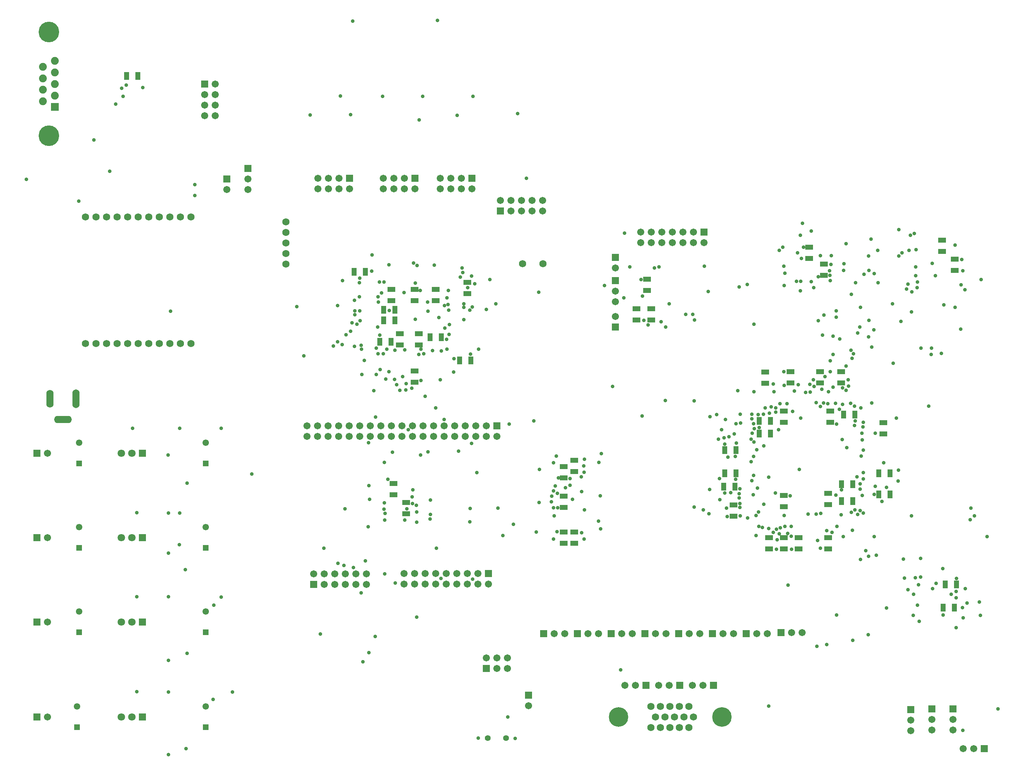
<source format=gbs>
%FSLAX44Y44*%
%MOMM*%
G71*
G01*
G75*
G04 Layer_Color=16711935*
%ADD10R,1.1000X1.7000*%
%ADD11R,1.5500X0.4500*%
%ADD12R,1.7000X1.1000*%
%ADD13R,1.4000X2.1000*%
%ADD14R,1.2000X1.2000*%
%ADD15R,1.2000X1.2000*%
%ADD16O,0.3000X2.5400*%
%ADD17O,2.5400X0.3000*%
%ADD18R,2.1000X1.4000*%
%ADD19R,1.5500X0.5500*%
%ADD20O,1.7000X0.3500*%
%ADD21O,1.5500X0.2500*%
%ADD22O,0.2500X1.5500*%
%ADD23R,0.5000X3.1000*%
%ADD24R,2.0000X2.5000*%
%ADD25R,2.0000X3.3000*%
%ADD26O,2.1000X0.4500*%
%ADD27R,0.7000X2.0000*%
%ADD28R,1.0000X2.0000*%
%ADD29R,1.2000X2.0000*%
%ADD30R,1.5000X2.0000*%
%ADD31R,2.0000X3.5000*%
%ADD32R,2.0000X1.8000*%
%ADD33C,0.1500*%
%ADD34R,1.5000X1.5000*%
%ADD35C,1.5000*%
%ADD36R,1.5000X1.5000*%
%ADD37C,1.3500*%
%ADD38R,1.2500X1.2500*%
%ADD39C,1.6000*%
%ADD40R,1.6000X1.6000*%
%ADD41C,1.2000*%
%ADD42O,1.5240X4.0640*%
%ADD43O,4.0640X1.5240*%
%ADD44O,1.5240X4.3180*%
%ADD45C,4.7600*%
%ADD46R,1.6900X1.6900*%
%ADD47C,1.6900*%
%ADD48C,1.5240*%
%ADD49C,4.5000*%
%ADD50C,0.7100*%
%ADD51C,1.0160*%
%ADD52C,0.2540*%
%ADD53C,1.9160*%
G04:AMPARAMS|DCode=54|XSize=2.424mm|YSize=2.424mm|CornerRadius=0mm|HoleSize=0mm|Usage=FLASHONLY|Rotation=0.000|XOffset=0mm|YOffset=0mm|HoleType=Round|Shape=Relief|Width=0.254mm|Gap=0.254mm|Entries=4|*
%AMTHD54*
7,0,0,2.4240,1.9160,0.2540,45*
%
%ADD54THD54*%
%ADD55C,1.8160*%
G04:AMPARAMS|DCode=56|XSize=2.274mm|YSize=2.274mm|CornerRadius=0mm|HoleSize=0mm|Usage=FLASHONLY|Rotation=0.000|XOffset=0mm|YOffset=0mm|HoleType=Round|Shape=Relief|Width=0.254mm|Gap=0.254mm|Entries=4|*
%AMTHD56*
7,0,0,2.2740,1.7660,0.2540,45*
%
%ADD56THD56*%
%ADD57C,2.0160*%
G04:AMPARAMS|DCode=58|XSize=2.524mm|YSize=2.524mm|CornerRadius=0mm|HoleSize=0mm|Usage=FLASHONLY|Rotation=0.000|XOffset=0mm|YOffset=0mm|HoleType=Round|Shape=Relief|Width=0.254mm|Gap=0.254mm|Entries=4|*
%AMTHD58*
7,0,0,2.5240,2.0160,0.2540,45*
%
%ADD58THD58*%
%ADD59C,1.7660*%
%ADD60O,1.7780X4.3180*%
%ADD61O,4.3180X1.7780*%
%AMTHOVALD62*
21,1,2.7940,2.2860,0,0,270.0*
1,1,2.2860,0.0000,1.3970*
1,1,2.2860,0.0000,-1.3970*
21,0,2.7940,1.7780,0,0,270.0*
1,0,1.7780,0.0000,1.3970*
1,0,1.7780,0.0000,-1.3970*
4,0,4,-0.0898,1.3072,-0.8980,2.1154,-0.7184,2.2950,0.0898,1.4868,-0.0898,1.3072,0.0*
4,0,4,-0.0898,-1.4868,0.7184,-2.2950,0.8980,-2.1154,0.0898,-1.3072,-0.0898,-1.4868,0.0*
4,0,4,-0.0898,1.4868,0.7184,2.2950,0.8980,2.1154,0.0898,1.3072,-0.0898,1.4868,0.0*
4,0,4,-0.0898,-1.3072,-0.8980,-2.1154,-0.7184,-2.2950,0.0898,-1.4868,-0.0898,-1.3072,0.0*
%
%ADD62THOVALD62*%

%ADD63C,4.2760*%
%ADD64C,2.1060*%
G04:AMPARAMS|DCode=65|XSize=2.424mm|YSize=2.424mm|CornerRadius=0mm|HoleSize=0mm|Usage=FLASHONLY|Rotation=0.000|XOffset=0mm|YOffset=0mm|HoleType=Round|Shape=Relief|Width=0.254mm|Gap=0.254mm|Entries=4|*
%AMTHD65*
7,0,0,2.4240,1.9160,0.2540,45*
%
%ADD65THD65*%
%ADD66C,1.9160*%
%ADD67C,4.2160*%
%ADD68C,2.2060*%
%ADD69C,2.0160*%
%ADD70C,1.3160*%
G04:AMPARAMS|DCode=71|XSize=1.824mm|YSize=1.824mm|CornerRadius=0mm|HoleSize=0mm|Usage=FLASHONLY|Rotation=0.000|XOffset=0mm|YOffset=0mm|HoleType=Round|Shape=Relief|Width=0.254mm|Gap=0.254mm|Entries=4|*
%AMTHD71*
7,0,0,1.8240,1.3160,0.2540,45*
%
%ADD71THD71*%
G04:AMPARAMS|DCode=72|XSize=2.324mm|YSize=2.324mm|CornerRadius=0mm|HoleSize=0mm|Usage=FLASHONLY|Rotation=0.000|XOffset=0mm|YOffset=0mm|HoleType=Round|Shape=Relief|Width=0.254mm|Gap=0.254mm|Entries=4|*
%AMTHD72*
7,0,0,2.3240,1.8160,0.2540,45*
%
%ADD72THD72*%
%AMTHOVALD73*
21,1,2.5400,2.2860,0,0,90.0*
1,1,2.2860,0.0000,-1.2700*
1,1,2.2860,0.0000,1.2700*
21,0,2.5400,1.7780,0,0,90.0*
1,0,1.7780,0.0000,-1.2700*
1,0,1.7780,0.0000,1.2700*
4,0,4,0.0898,-1.1802,0.8980,-1.9884,0.7184,-2.1680,-0.0898,-1.3598,0.0898,-1.1802,0.0*
4,0,4,0.0898,1.3598,-0.7184,2.1680,-0.8980,1.9884,-0.0898,1.1802,0.0898,1.3598,0.0*
4,0,4,0.0898,-1.3598,-0.7184,-2.1680,-0.8980,-1.9884,-0.0898,-1.1802,0.0898,-1.3598,0.0*
4,0,4,0.0898,1.1802,0.8980,1.9884,0.7184,2.1680,-0.0898,1.3598,0.0898,1.1802,0.0*
%
%ADD73THOVALD73*%

%AMTHOVALD74*
21,1,2.5400,2.2860,0,0,180.0*
1,1,2.2860,1.2700,0.0000*
1,1,2.2860,-1.2700,0.0000*
21,0,2.5400,1.7780,0,0,180.0*
1,0,1.7780,1.2700,0.0000*
1,0,1.7780,-1.2700,0.0000*
4,0,4,1.1802,0.0898,1.9884,0.8980,2.1680,0.7184,1.3598,-0.0898,1.1802,0.0898,0.0*
4,0,4,-1.3598,0.0898,-2.1680,-0.7184,-1.9884,-0.8980,-1.1802,-0.0898,-1.3598,0.0898,0.0*
4,0,4,1.3598,0.0898,2.1680,-0.7184,1.9884,-0.8980,1.1802,-0.0898,1.3598,0.0898,0.0*
4,0,4,-1.1802,0.0898,-1.9884,0.8980,-2.1680,0.7184,-1.3598,-0.0898,-1.1802,0.0898,0.0*
%
%ADD74THOVALD74*%

%ADD75O,1.7780X4.5720*%
G04:AMPARAMS|DCode=76|XSize=4.784mm|YSize=4.784mm|CornerRadius=0mm|HoleSize=0mm|Usage=FLASHONLY|Rotation=0.000|XOffset=0mm|YOffset=0mm|HoleType=Round|Shape=Relief|Width=0.254mm|Gap=0.254mm|Entries=4|*
%AMTHD76*
7,0,0,4.7840,4.2760,0.2540,45*
%
%ADD76THD76*%
G04:AMPARAMS|DCode=77|XSize=2.614mm|YSize=2.614mm|CornerRadius=0mm|HoleSize=0mm|Usage=FLASHONLY|Rotation=0.000|XOffset=0mm|YOffset=0mm|HoleType=Round|Shape=Relief|Width=0.254mm|Gap=0.254mm|Entries=4|*
%AMTHD77*
7,0,0,2.6140,2.1060,0.2540,45*
%
%ADD77THD77*%
G04:AMPARAMS|DCode=78|XSize=2.524mm|YSize=2.524mm|CornerRadius=0mm|HoleSize=0mm|Usage=FLASHONLY|Rotation=0.000|XOffset=0mm|YOffset=0mm|HoleType=Round|Shape=Relief|Width=0.254mm|Gap=0.254mm|Entries=4|*
%AMTHD78*
7,0,0,2.5240,2.0160,0.2540,45*
%
%ADD78THD78*%
%ADD79C,0.6000*%
%ADD80C,0.2500*%
%ADD81C,0.2000*%
%ADD82C,0.1016*%
%ADD83C,0.1778*%
%ADD84C,0.2032*%
%ADD85C,0.5080*%
%ADD86C,0.2794*%
%ADD87R,1.3032X1.9032*%
%ADD88R,1.7532X0.6532*%
%ADD89R,1.9032X1.3032*%
%ADD90R,1.6032X2.3032*%
%ADD91R,1.4032X1.4032*%
%ADD92R,1.4032X1.4032*%
%ADD93O,0.5032X2.7432*%
%ADD94O,2.7432X0.5032*%
%ADD95R,2.3032X1.6032*%
%ADD96R,1.7532X0.7532*%
%ADD97O,1.9032X0.5532*%
%ADD98O,1.7532X0.4532*%
%ADD99O,0.4532X1.7532*%
%ADD100R,0.7032X3.3032*%
%ADD101R,2.2032X2.7032*%
%ADD102R,2.2032X3.5032*%
%ADD103O,2.3032X0.6532*%
%ADD104R,0.9032X2.2032*%
%ADD105R,1.2032X2.2032*%
%ADD106R,1.4032X2.2032*%
%ADD107R,1.7032X2.2032*%
%ADD108R,2.2032X3.7032*%
%ADD109R,2.2032X2.0032*%
%ADD110R,1.7032X1.7032*%
%ADD111C,1.7032*%
%ADD112R,1.7032X1.7032*%
%ADD113C,1.5532*%
%ADD114R,1.4532X1.4532*%
%ADD115C,1.8032*%
%ADD116R,1.8032X1.8032*%
%ADD117C,1.4032*%
%ADD118O,1.7272X4.2672*%
%ADD119O,4.2672X1.7272*%
%ADD120O,1.7272X4.5212*%
%ADD121C,4.9632*%
%ADD122R,1.8932X1.8932*%
%ADD123C,1.8932*%
%ADD124C,1.7272*%
%ADD125C,4.7032*%
%ADD126C,0.9132*%
D87*
X2770340Y1153160D02*
D03*
X2797340D02*
D03*
X2525230Y1409700D02*
D03*
X2552230D02*
D03*
X2615400Y1477010D02*
D03*
X2642400D02*
D03*
X2615400Y1426210D02*
D03*
X2642400D02*
D03*
X2271560Y1532890D02*
D03*
X2244560D02*
D03*
Y1477010D02*
D03*
X2271560D02*
D03*
X2242020Y1445000D02*
D03*
X2269020D02*
D03*
X2327110Y1572260D02*
D03*
X2354110D02*
D03*
X2530310Y1617980D02*
D03*
X2557310D02*
D03*
X2775420Y1209040D02*
D03*
X2802420D02*
D03*
X1632750Y1748790D02*
D03*
X1605750D02*
D03*
X1440980Y1793240D02*
D03*
X1413980D02*
D03*
X1422870Y1845310D02*
D03*
X1449870D02*
D03*
X1422870Y1870710D02*
D03*
X1449870D02*
D03*
X2354110Y1602740D02*
D03*
X2327110D02*
D03*
X2552230Y1450340D02*
D03*
X2525230D02*
D03*
X1351750Y1962150D02*
D03*
X1378750D02*
D03*
X1534630Y1804670D02*
D03*
X1561630D02*
D03*
X831380Y2433320D02*
D03*
X804380D02*
D03*
D89*
X1477010Y1406690D02*
D03*
Y1379690D02*
D03*
X2767330Y2037880D02*
D03*
Y2010880D02*
D03*
X2447290Y2021370D02*
D03*
Y1994370D02*
D03*
X2350770Y1321600D02*
D03*
Y1294600D02*
D03*
X2386330Y1321600D02*
D03*
Y1294600D02*
D03*
X2421890Y1321600D02*
D03*
Y1294600D02*
D03*
X2493010Y1321600D02*
D03*
Y1294600D02*
D03*
Y1428280D02*
D03*
Y1401280D02*
D03*
X2265680Y1373340D02*
D03*
Y1400340D02*
D03*
X2386330Y1599400D02*
D03*
Y1626400D02*
D03*
X2626360Y1598460D02*
D03*
Y1571460D02*
D03*
X2498090Y1626400D02*
D03*
Y1599400D02*
D03*
X2524760Y1721650D02*
D03*
Y1694650D02*
D03*
X2473960Y1721650D02*
D03*
Y1694650D02*
D03*
X2402840Y1721650D02*
D03*
Y1694650D02*
D03*
X2341880Y1720380D02*
D03*
Y1693380D02*
D03*
X2032000Y1872780D02*
D03*
Y1845780D02*
D03*
X2067560Y1872780D02*
D03*
Y1845780D02*
D03*
X2057400Y1916900D02*
D03*
Y1943900D02*
D03*
X2797810Y1965160D02*
D03*
Y1992160D02*
D03*
X2482850Y1980730D02*
D03*
Y1953730D02*
D03*
X1856740Y1394930D02*
D03*
Y1421930D02*
D03*
Y1493050D02*
D03*
Y1466050D02*
D03*
X1882140Y1481290D02*
D03*
Y1508290D02*
D03*
Y1308570D02*
D03*
Y1335570D02*
D03*
X1856740D02*
D03*
Y1308570D02*
D03*
X1446530Y1452410D02*
D03*
Y1425410D02*
D03*
X1497330Y1695920D02*
D03*
Y1722920D02*
D03*
X1461770Y1786090D02*
D03*
Y1813090D02*
D03*
X1507490D02*
D03*
Y1786090D02*
D03*
X1548130Y1892770D02*
D03*
Y1919770D02*
D03*
X1497330Y1892770D02*
D03*
Y1919770D02*
D03*
X1441450D02*
D03*
Y1892770D02*
D03*
X2386330Y1423200D02*
D03*
Y1396200D02*
D03*
X1624330Y1909280D02*
D03*
Y1936280D02*
D03*
D110*
X1981200Y1996440D02*
D03*
Y1940560D02*
D03*
Y1828800D02*
D03*
X1096010Y2211070D02*
D03*
X2794000Y909320D02*
D03*
X2743200D02*
D03*
X2692400Y908050D02*
D03*
X1771650Y942340D02*
D03*
X1045210Y2185670D02*
D03*
X991870Y2414270D02*
D03*
D111*
X1981200Y1971040D02*
D03*
X1559560Y2161540D02*
D03*
Y2186940D02*
D03*
X1584960Y2161540D02*
D03*
Y2186940D02*
D03*
X1610360Y2161540D02*
D03*
Y2186940D02*
D03*
X1635760Y2161540D02*
D03*
X1422400D02*
D03*
Y2186940D02*
D03*
X1447800Y2161540D02*
D03*
Y2186940D02*
D03*
X1473200Y2161540D02*
D03*
Y2186940D02*
D03*
X1498600Y2161540D02*
D03*
X1264920D02*
D03*
Y2186940D02*
D03*
X1290320Y2161540D02*
D03*
Y2186940D02*
D03*
X1315720Y2161540D02*
D03*
Y2186940D02*
D03*
X1341120Y2161540D02*
D03*
X1981200Y1915160D02*
D03*
Y1889760D02*
D03*
Y1854200D02*
D03*
X2110740Y966470D02*
D03*
X2085340D02*
D03*
X2192020D02*
D03*
X2166620D02*
D03*
X2029460D02*
D03*
X2004060D02*
D03*
X2240280Y1090930D02*
D03*
X2265680D02*
D03*
X2321560D02*
D03*
X2346960D02*
D03*
X1096010Y2185670D02*
D03*
Y2160270D02*
D03*
X1833880Y1090930D02*
D03*
X1859280D02*
D03*
X1915160D02*
D03*
X1940560D02*
D03*
X1996440D02*
D03*
X2021840D02*
D03*
X2794000Y883920D02*
D03*
Y858520D02*
D03*
X2077720Y1090930D02*
D03*
X2103120D02*
D03*
X2159000D02*
D03*
X2184400D02*
D03*
X2743200Y883920D02*
D03*
Y858520D02*
D03*
X2405380Y1093470D02*
D03*
X2430780D02*
D03*
X2692400Y882650D02*
D03*
Y857250D02*
D03*
X1771650Y916940D02*
D03*
X613410Y1525270D02*
D03*
Y1322070D02*
D03*
Y1118870D02*
D03*
Y890270D02*
D03*
X2818130Y814070D02*
D03*
X2843530D02*
D03*
X2194560Y2032000D02*
D03*
X2169160Y2057400D02*
D03*
Y2032000D02*
D03*
X2143760Y2057400D02*
D03*
Y2032000D02*
D03*
X2118360Y2057400D02*
D03*
Y2032000D02*
D03*
X2092960Y2057400D02*
D03*
Y2032000D02*
D03*
X2067560Y2057400D02*
D03*
Y2032000D02*
D03*
X2042160Y2057400D02*
D03*
Y2032000D02*
D03*
X1805940Y2133600D02*
D03*
Y2108200D02*
D03*
X1780540Y2133600D02*
D03*
Y2108200D02*
D03*
X1755140Y2133600D02*
D03*
Y2108200D02*
D03*
X1729740Y2133600D02*
D03*
Y2108200D02*
D03*
X1704340Y2133600D02*
D03*
X1045210Y2160270D02*
D03*
X1670050Y1032510D02*
D03*
X1695450Y1007110D02*
D03*
Y1032510D02*
D03*
X1720850Y1007110D02*
D03*
Y1032510D02*
D03*
X1017270Y2338070D02*
D03*
X991870D02*
D03*
X1017270Y2363470D02*
D03*
X991870D02*
D03*
X1017270Y2388870D02*
D03*
X991870D02*
D03*
X1017270Y2414270D02*
D03*
X1381760Y1234440D02*
D03*
Y1209040D02*
D03*
X1356360Y1234440D02*
D03*
Y1209040D02*
D03*
X1330960Y1234440D02*
D03*
Y1209040D02*
D03*
X1305560Y1234440D02*
D03*
Y1209040D02*
D03*
X1280160Y1234440D02*
D03*
Y1209040D02*
D03*
X1254760Y1234440D02*
D03*
X1238250Y1565910D02*
D03*
Y1591310D02*
D03*
X1263650Y1565910D02*
D03*
Y1591310D02*
D03*
X1289050Y1565910D02*
D03*
Y1591310D02*
D03*
X1314450Y1565910D02*
D03*
Y1591310D02*
D03*
X1339850Y1565910D02*
D03*
Y1591310D02*
D03*
X1365250Y1565910D02*
D03*
Y1591310D02*
D03*
X1390650Y1565910D02*
D03*
Y1591310D02*
D03*
X1416050Y1565910D02*
D03*
Y1591310D02*
D03*
X1441450Y1565910D02*
D03*
Y1591310D02*
D03*
X1466850Y1565910D02*
D03*
Y1591310D02*
D03*
X1492250Y1565910D02*
D03*
Y1591310D02*
D03*
X1517650Y1565910D02*
D03*
Y1591310D02*
D03*
X1543050Y1565910D02*
D03*
Y1591310D02*
D03*
X1568450Y1565910D02*
D03*
Y1591310D02*
D03*
X1593850Y1565910D02*
D03*
Y1591310D02*
D03*
X1619250Y1565910D02*
D03*
Y1591310D02*
D03*
X1644650Y1565910D02*
D03*
Y1591310D02*
D03*
X1670050Y1565910D02*
D03*
Y1591310D02*
D03*
X1695450Y1565910D02*
D03*
X1471930Y1210310D02*
D03*
Y1235710D02*
D03*
X1497330Y1210310D02*
D03*
Y1235710D02*
D03*
X1522730Y1210310D02*
D03*
Y1235710D02*
D03*
X1548130Y1210310D02*
D03*
Y1235710D02*
D03*
X1573530Y1210310D02*
D03*
Y1235710D02*
D03*
X1598930Y1210310D02*
D03*
Y1235710D02*
D03*
X1624330Y1210310D02*
D03*
Y1235710D02*
D03*
X1649730Y1210310D02*
D03*
Y1235710D02*
D03*
X1675130Y1210310D02*
D03*
D112*
X1635760Y2186940D02*
D03*
X1498600D02*
D03*
X1341120D02*
D03*
X2136140Y966470D02*
D03*
X2217420D02*
D03*
X2054860D02*
D03*
X2214880Y1090930D02*
D03*
X2296160D02*
D03*
X1808480D02*
D03*
X1889760D02*
D03*
X1971040D02*
D03*
X2052320D02*
D03*
X2133600D02*
D03*
X2379980Y1093470D02*
D03*
X588010Y1525270D02*
D03*
Y1322070D02*
D03*
Y1118870D02*
D03*
Y890270D02*
D03*
X2868930Y814070D02*
D03*
X2194560Y2057400D02*
D03*
X1704340Y2108200D02*
D03*
X1670050Y1007110D02*
D03*
X1254760Y1209040D02*
D03*
X1695450Y1591310D02*
D03*
X1675130Y1235710D02*
D03*
D113*
X994410Y1550270D02*
D03*
Y1347070D02*
D03*
X689610D02*
D03*
X994410Y1143870D02*
D03*
X689610D02*
D03*
X994410Y915270D02*
D03*
X684530D02*
D03*
X689610Y1550270D02*
D03*
D114*
X994410Y1500270D02*
D03*
Y1297070D02*
D03*
X689610D02*
D03*
X994410Y1093870D02*
D03*
X689610D02*
D03*
X994410Y865270D02*
D03*
X684530D02*
D03*
X689610Y1500270D02*
D03*
D115*
X791210Y1322070D02*
D03*
X816610D02*
D03*
X791210Y1118870D02*
D03*
X816610D02*
D03*
X791210Y890270D02*
D03*
X816610D02*
D03*
X791210Y1525270D02*
D03*
X816610D02*
D03*
D116*
X842010Y1322070D02*
D03*
Y1118870D02*
D03*
Y890270D02*
D03*
Y1525270D02*
D03*
D117*
X1673450Y839470D02*
D03*
X1717450D02*
D03*
D118*
X619760Y1656080D02*
D03*
D119*
X650760Y1606080D02*
D03*
D120*
X681760Y1656080D02*
D03*
D121*
X616970Y2539220D02*
D03*
Y2289320D02*
D03*
D122*
X631170Y2358870D02*
D03*
D123*
X602770Y2372720D02*
D03*
X631170Y2386570D02*
D03*
X602770Y2400420D02*
D03*
X631170Y2414270D02*
D03*
X602770Y2428120D02*
D03*
X631170Y2441970D02*
D03*
X602770Y2455820D02*
D03*
X631170Y2469670D02*
D03*
D124*
X1187450Y2082230D02*
D03*
Y1980630D02*
D03*
Y2006030D02*
D03*
Y2031430D02*
D03*
Y2056830D02*
D03*
X704850Y1789230D02*
D03*
X730250D02*
D03*
X958850D02*
D03*
X755650D02*
D03*
X806450D02*
D03*
X781050D02*
D03*
X857250D02*
D03*
X831850D02*
D03*
X908050D02*
D03*
X882650D02*
D03*
X933450D02*
D03*
Y2094230D02*
D03*
X882650D02*
D03*
X908050D02*
D03*
X831850D02*
D03*
X857250D02*
D03*
X781050D02*
D03*
X806450D02*
D03*
X755650D02*
D03*
X958850D02*
D03*
X730250D02*
D03*
X704850D02*
D03*
X1757680Y1981200D02*
D03*
X1806480D02*
D03*
X2066130Y864870D02*
D03*
X2089030D02*
D03*
X2111930D02*
D03*
X2134830D02*
D03*
X2157730D02*
D03*
X2077530Y890270D02*
D03*
X2100430D02*
D03*
X2123330D02*
D03*
X2146230D02*
D03*
X2169130D02*
D03*
X2066130Y915670D02*
D03*
X2089030D02*
D03*
X2111930D02*
D03*
X2134830D02*
D03*
X2157730D02*
D03*
D125*
X1988530Y890270D02*
D03*
X2237730D02*
D03*
D126*
X2608750Y1280000D02*
D03*
X2571250Y1269750D02*
D03*
X2424000Y1486000D02*
D03*
X2248750Y1393250D02*
D03*
X2280611Y1394568D02*
D03*
X2250250Y1372750D02*
D03*
X2281750Y1374250D02*
D03*
X2205750Y1379250D02*
D03*
X2192500Y1388500D02*
D03*
X2694250Y1913750D02*
D03*
X2694158Y1865886D02*
D03*
X2716908Y1778636D02*
D03*
X2627000Y1502750D02*
D03*
X2341750Y1634750D02*
D03*
X2351786Y1622044D02*
D03*
X2356104Y1637284D02*
D03*
X2367026Y1634744D02*
D03*
X2337750Y1619250D02*
D03*
X2366772Y1624076D02*
D03*
X1941500Y1503250D02*
D03*
X1435250Y1978750D02*
D03*
X1545000Y1978000D02*
D03*
X1503750Y1977250D02*
D03*
X1494750Y1983500D02*
D03*
X2383750Y2021250D02*
D03*
X2375250Y2013500D02*
D03*
X2536000Y1735500D02*
D03*
X2408000Y1626250D02*
D03*
X2315113Y1584327D02*
D03*
X1745250Y2342750D02*
D03*
X2542250Y1686500D02*
D03*
X2564000Y1377750D02*
D03*
X2514500Y1349250D02*
D03*
X2444750Y1378500D02*
D03*
X2464750Y1379000D02*
D03*
X2475000Y1380250D02*
D03*
X2452750Y2060000D02*
D03*
X2512500Y1868250D02*
D03*
X2387250Y1689000D02*
D03*
X2412170Y1674640D02*
D03*
X2477500Y1679000D02*
D03*
X2049750Y1845500D02*
D03*
X2046000Y1903250D02*
D03*
X2204750Y1914250D02*
D03*
X2194750Y1975250D02*
D03*
X2171750Y1845750D02*
D03*
X2570250Y1451250D02*
D03*
X2323250Y1441000D02*
D03*
X1826750Y1408250D02*
D03*
X2244250Y1429750D02*
D03*
X2313000Y1425250D02*
D03*
X2258250Y1430500D02*
D03*
X2310250Y1573250D02*
D03*
X2313686Y1596644D02*
D03*
X2309368Y1608328D02*
D03*
X2314750Y1552250D02*
D03*
X2267000Y1571500D02*
D03*
X2271250Y1596340D02*
D03*
X2281936Y1597914D02*
D03*
X2272030Y1549400D02*
D03*
X2254250Y1564640D02*
D03*
X2242820Y1562100D02*
D03*
X1642110Y1932940D02*
D03*
X1625600Y1924050D02*
D03*
X1423670Y1390650D02*
D03*
X1369060Y1188720D02*
D03*
X2901750Y909500D02*
D03*
X2433990Y2021370D02*
D03*
X2577910Y1463800D02*
D03*
X2525230Y1437039D02*
D03*
X1343500Y2340250D02*
D03*
X1843439Y1466050D02*
D03*
X725500Y2279500D02*
D03*
X904750Y1381250D02*
D03*
X1012250Y932250D02*
D03*
X904750Y1026750D02*
D03*
Y799500D02*
D03*
X1031500Y1585500D02*
D03*
X932000Y1381500D02*
D03*
X828500Y1382000D02*
D03*
X945500Y1245250D02*
D03*
X1031500Y1179250D02*
D03*
X904750Y1179500D02*
D03*
X828500D02*
D03*
X949500Y1043750D02*
D03*
X828750Y951000D02*
D03*
X2606250Y1573500D02*
D03*
X2690876Y2050542D02*
D03*
X2663698Y2064004D02*
D03*
X2431542Y2078990D02*
D03*
X2386360Y1975930D02*
D03*
X1370694Y1714500D02*
D03*
X1376370Y1748920D02*
D03*
X1835912Y1446780D02*
D03*
X2269744Y1517396D02*
D03*
X1899920Y1432560D02*
D03*
X1860550Y1442212D02*
D03*
X2321560Y1533800D02*
D03*
X1831594Y1434846D02*
D03*
X1833504Y1374780D02*
D03*
X2170938Y1395476D02*
D03*
X1512062Y1520698D02*
D03*
X2700782Y2054660D02*
D03*
X2597930Y1646420D02*
D03*
X1580750Y1811780D02*
D03*
X2612644Y2013712D02*
D03*
X1499000Y1934750D02*
D03*
X1473708Y1774432D02*
D03*
X2327110Y1586900D02*
D03*
X2309050Y1618960D02*
D03*
X1476967Y1692686D02*
D03*
X1482598Y1581658D02*
D03*
X2236724D02*
D03*
X1947164Y1524508D02*
D03*
X1548384Y1634744D02*
D03*
X2338324Y1542796D02*
D03*
X2671008Y2007870D02*
D03*
X2419604D02*
D03*
X1678686Y1943862D02*
D03*
X2603500Y1822450D02*
D03*
X1510792Y1917446D02*
D03*
X1529334Y1528826D02*
D03*
X1561338Y1224026D02*
D03*
X1502750Y1359000D02*
D03*
X1387602Y1447292D02*
D03*
X1385372Y1348430D02*
D03*
X1425940Y1380430D02*
D03*
X1425702Y1234948D02*
D03*
X1451273Y1213187D02*
D03*
X1502250Y1384000D02*
D03*
X1602994Y1530604D02*
D03*
X1425500Y1364500D02*
D03*
X2449790Y1672100D02*
D03*
X2458836Y1686201D02*
D03*
X2421250Y1690500D02*
D03*
X2452895Y1938020D02*
D03*
X2388870Y1958340D02*
D03*
X2492250Y1644460D02*
D03*
X2500884Y2000758D02*
D03*
X2474214D02*
D03*
X1507490Y1763268D02*
D03*
X1561630Y1771358D02*
D03*
X2845308Y1374394D02*
D03*
X2693416D02*
D03*
X1408684Y1829160D02*
D03*
X1399032Y1676146D02*
D03*
X2633980Y1442720D02*
D03*
X2835402Y1365504D02*
D03*
X1430528Y1776222D02*
D03*
X2510536Y1645666D02*
D03*
X1630426Y1869948D02*
D03*
X2657250Y1610000D02*
D03*
X2457196Y1701911D02*
D03*
X2497836Y1747774D02*
D03*
X2603754Y1958086D02*
D03*
X2416556Y1939036D02*
D03*
X2751328Y1953006D02*
D03*
X2703764Y1952498D02*
D03*
X2579878Y1956054D02*
D03*
X2482342Y1646174D02*
D03*
X2527750Y1682750D02*
D03*
X2557000Y1638500D02*
D03*
X2685034Y1932432D02*
D03*
X2426208Y1916176D02*
D03*
X2799155Y1876827D02*
D03*
X2570860D02*
D03*
X2426970Y1939036D02*
D03*
X2707894Y1937766D02*
D03*
X1529588Y1867662D02*
D03*
X2275840Y1675638D02*
D03*
X2314702Y1836166D02*
D03*
X2090674Y1841754D02*
D03*
X2537968Y1538800D02*
D03*
X1579372Y1869440D02*
D03*
X1905254Y1479804D02*
D03*
X1940566Y1361440D02*
D03*
X2224494Y1618704D02*
D03*
X1559306Y1702308D02*
D03*
X2229358Y1558798D02*
D03*
X2337816Y1402588D02*
D03*
X2075180Y1971548D02*
D03*
X2623058Y1408800D02*
D03*
X1577848Y1883156D02*
D03*
X777964Y2366120D02*
D03*
X2395474Y1331976D02*
D03*
X2396998Y1207770D02*
D03*
X2513838Y1136142D02*
D03*
X2801620Y1105662D02*
D03*
X2101062Y1652550D02*
D03*
X2549144Y1383284D02*
D03*
X2715514Y1271778D02*
D03*
X2818638Y1129030D02*
D03*
X2467356Y1315466D02*
D03*
X2698000Y1135000D02*
D03*
X2816352Y1153922D02*
D03*
X2685034Y1196492D02*
D03*
X2577910Y1381260D02*
D03*
X2370490Y1316520D02*
D03*
X2557412Y1388954D02*
D03*
X1790700Y1335532D02*
D03*
X2319790Y1375600D02*
D03*
X1350010Y1249680D02*
D03*
X1214120Y1878330D02*
D03*
X1413750Y1809750D02*
D03*
X1230884Y1759712D02*
D03*
X2699004Y1185672D02*
D03*
X2837180Y1393444D02*
D03*
X2662428Y1484200D02*
D03*
X2876000Y1324500D02*
D03*
X1409192Y1764792D02*
D03*
X1404750Y1715262D02*
D03*
X909774Y1867154D02*
D03*
X1352804Y1893570D02*
D03*
X1331976Y1810258D02*
D03*
X1364488Y1935480D02*
D03*
X2674620Y1269962D02*
D03*
X2529332Y1324356D02*
D03*
X2712212Y1120648D02*
D03*
X2633472Y1152398D02*
D03*
X2584030Y1291082D02*
D03*
X2676652Y1225042D02*
D03*
X2604211Y1324597D02*
D03*
X2702750Y1225500D02*
D03*
X2590800Y1277366D02*
D03*
X2551938Y1339596D02*
D03*
X2715768Y1226820D02*
D03*
X2575560Y1423800D02*
D03*
X2823532Y1199320D02*
D03*
X2801366Y1177036D02*
D03*
X2502662Y1334770D02*
D03*
X1574500Y1799250D02*
D03*
X2489708Y1064768D02*
D03*
X1993392Y1003554D02*
D03*
X2375408Y1331722D02*
D03*
X2350262Y1343660D02*
D03*
X2742184Y1778762D02*
D03*
X2554224Y1764792D02*
D03*
X2550414Y1753779D02*
D03*
X2740914Y1763014D02*
D03*
X2547112Y1645158D02*
D03*
X2577846Y1599438D02*
D03*
X2649728Y1742186D02*
D03*
X2668524Y1842554D02*
D03*
X2521289Y1800098D02*
D03*
X2648458Y1885442D02*
D03*
X2574036Y1573276D02*
D03*
X2766098Y1765338D02*
D03*
X2771648Y1882394D02*
D03*
X2512314Y1852930D02*
D03*
X2494026Y1673352D02*
D03*
X2504948Y1684274D02*
D03*
X2464308Y1646936D02*
D03*
X2541270Y1702308D02*
D03*
X2530094Y1965390D02*
D03*
X2591054D02*
D03*
Y1845310D02*
D03*
X2469678Y1844512D02*
D03*
X2469388Y1950212D02*
D03*
X2496566Y1964944D02*
D03*
X2735326Y1639062D02*
D03*
X2577846Y1533144D02*
D03*
X2707076Y1924304D02*
D03*
X2458212D02*
D03*
X2681732Y1921002D02*
D03*
X2812034Y1824258D02*
D03*
X2576576Y1588800D02*
D03*
X2861818Y1943862D02*
D03*
X2498598Y1941322D02*
D03*
X2504694Y1763522D02*
D03*
X2822194Y1918660D02*
D03*
X2536000Y1676750D02*
D03*
X2527554Y1642618D02*
D03*
X2613739Y1935730D02*
D03*
X2812750Y1931000D02*
D03*
X2572258Y1634490D02*
D03*
X2485136Y1710182D02*
D03*
X2425946Y2050542D02*
D03*
X2596604Y2040928D02*
D03*
X2663642Y2000504D02*
D03*
X2590546D02*
D03*
X2687828Y2013712D02*
D03*
X1479042Y1391412D02*
D03*
X1443736Y1527810D02*
D03*
X1424690Y1503220D02*
D03*
X1646900Y1478836D02*
D03*
X1502410Y1130808D02*
D03*
X2298700Y1931924D02*
D03*
X1955038Y1928876D02*
D03*
X2278634Y1925574D02*
D03*
X2564130Y1815084D02*
D03*
X2059940Y1834134D02*
D03*
X2001266Y1899412D02*
D03*
X2598420Y1780540D02*
D03*
X2589530Y1088390D02*
D03*
X2552526Y1074594D02*
D03*
X1569720Y1880616D02*
D03*
X1611884Y1971548D02*
D03*
X1725168Y1595374D02*
D03*
X1403604Y1612646D02*
D03*
X1369314Y1775460D02*
D03*
X1323086Y1786636D02*
D03*
X1373378Y1022858D02*
D03*
X1368806Y1785112D02*
D03*
X1312245Y1793494D02*
D03*
X1270508Y1090422D02*
D03*
X1395222Y2003044D02*
D03*
X1436878Y1869186D02*
D03*
X1326896Y1255522D02*
D03*
X1323594Y1941322D02*
D03*
X1471638Y1911896D02*
D03*
X1540256Y1772666D02*
D03*
X1592580Y1753362D02*
D03*
X1591818Y1721104D02*
D03*
X1513078Y1775714D02*
D03*
X1549654Y1296670D02*
D03*
X1279398D02*
D03*
X1312418Y1880870D02*
D03*
X1651762Y1775968D02*
D03*
X1312926Y1260602D02*
D03*
X1330198Y1391158D02*
D03*
X2465832Y1060704D02*
D03*
X2389124Y1348994D02*
D03*
X2377948Y1345946D02*
D03*
X1555750Y1852168D02*
D03*
X2449087Y1690859D02*
D03*
X1692910Y1885188D02*
D03*
X2439162Y1672082D02*
D03*
X1670558Y1871472D02*
D03*
X2479548Y1810004D02*
D03*
X1613154Y1960545D02*
D03*
X2482558Y1858010D02*
D03*
X2504941Y1806963D02*
D03*
X1634714Y1952244D02*
D03*
X1575600Y1899412D02*
D03*
X2590800Y1805648D02*
D03*
X1636522Y1877568D02*
D03*
X2474722Y1637538D02*
D03*
X1615948Y1876298D02*
D03*
X2577846Y1478534D02*
D03*
X1615706Y1884680D02*
D03*
X2562737Y1468735D02*
D03*
X1615948Y1846620D02*
D03*
X2394204Y1644904D02*
D03*
X1580896Y1834896D02*
D03*
X1569974Y1826620D02*
D03*
X1735582Y1354074D02*
D03*
X2334768Y1346200D02*
D03*
X1698498Y1393190D02*
D03*
X2326640Y1349248D02*
D03*
X2319710Y1327404D02*
D03*
X1709674D02*
D03*
X1634490Y1549146D02*
D03*
X1631188Y1392682D02*
D03*
X1522730Y1662684D02*
D03*
X2245861Y1606631D02*
D03*
X2281428Y1618996D02*
D03*
X2045208Y1614932D02*
D03*
X1974342Y1685798D02*
D03*
X1519750Y1764538D02*
D03*
X2208784Y1613154D02*
D03*
X1468882Y1709928D02*
D03*
X1435862Y1721358D02*
D03*
X1461722Y1676448D02*
D03*
X2324608Y1618742D02*
D03*
X2569710Y1829562D02*
D03*
X2101596D02*
D03*
X2002790Y2054860D02*
D03*
X2085594Y1973834D02*
D03*
X2110486Y1885334D02*
D03*
X2569972Y1387602D02*
D03*
Y1439164D02*
D03*
X2427224Y1609852D02*
D03*
X2170684Y1651762D02*
D03*
X2350008Y1467612D02*
D03*
X2325341Y1383792D02*
D03*
X1784096Y1603502D02*
D03*
X1906016Y1388618D02*
D03*
X2299462Y1369314D02*
D03*
X1871980Y1447800D02*
D03*
X2207768Y1437894D02*
D03*
X1877568Y1414018D02*
D03*
X2251456Y1516126D02*
D03*
X1898904Y1468120D02*
D03*
X1871726Y1464310D02*
D03*
X2313940Y1517396D02*
D03*
X1352804Y1782572D02*
D03*
X1301496Y1783842D02*
D03*
X1379301Y1266190D02*
D03*
X2350008Y916686D02*
D03*
X1630000Y1360000D02*
D03*
X1535000Y1366750D02*
D03*
X1535250Y1378000D02*
D03*
Y1412500D02*
D03*
X1493250Y1437000D02*
D03*
X1491500Y1420000D02*
D03*
X1492500Y1403750D02*
D03*
X1501750Y1400000D02*
D03*
X1473500Y1364250D02*
D03*
X1424250Y1405750D02*
D03*
X1433000Y1462500D02*
D03*
X1389250Y1414500D02*
D03*
X1636750Y1222000D02*
D03*
X1059250Y950250D02*
D03*
X904750D02*
D03*
X947500Y814250D02*
D03*
X904750Y1285000D02*
D03*
X931750Y1585250D02*
D03*
X818000Y1585500D02*
D03*
X968000Y2146000D02*
D03*
X968500Y2172000D02*
D03*
X763250Y2204000D02*
D03*
X689250Y2132250D02*
D03*
X562500Y2184500D02*
D03*
X842750Y2405750D02*
D03*
X803500Y2412000D02*
D03*
X1516500Y2384250D02*
D03*
X1508250Y2327750D02*
D03*
X795500Y2384750D02*
D03*
X792250Y2404000D02*
D03*
X1318750Y2385500D02*
D03*
X1420250Y2384750D02*
D03*
X1638000D02*
D03*
X1600000Y2339250D02*
D03*
X1246000Y2339500D02*
D03*
X1766500Y2187000D02*
D03*
X904250Y1520750D02*
D03*
X1105750Y1475250D02*
D03*
X931250Y1304750D02*
D03*
X1014250Y1159250D02*
D03*
X1387000Y1044750D02*
D03*
X1651000Y839000D02*
D03*
X1740000Y838500D02*
D03*
X1722000Y890000D02*
D03*
X2708500Y1159250D02*
D03*
X2744500Y1199500D02*
D03*
X2711000Y1208500D02*
D03*
X2859750Y1135250D02*
D03*
X2857000Y1167250D02*
D03*
X2827290Y1164400D02*
D03*
X2769000Y1247500D02*
D03*
X2789174Y1185672D02*
D03*
X2801000Y1192250D02*
D03*
X2802500Y1224000D02*
D03*
X2770000Y1136000D02*
D03*
X1568750Y1606250D02*
D03*
X1386500Y1551000D02*
D03*
X1832250Y1318250D02*
D03*
X1899250Y1333500D02*
D03*
X1905750Y1318750D02*
D03*
X1945000Y1342750D02*
D03*
X1827250Y1422250D02*
D03*
X1841250Y1429000D02*
D03*
X1944750Y1422750D02*
D03*
X1798250Y1486500D02*
D03*
X1906000Y1510750D02*
D03*
X1796000Y1912750D02*
D03*
X1365000Y1947250D02*
D03*
X1364750Y1902000D02*
D03*
X1410500Y1889500D02*
D03*
X1418250Y1911500D02*
D03*
X1409500Y1902000D02*
D03*
X1412500Y1937250D02*
D03*
X1423750D02*
D03*
X1498750Y1847500D02*
D03*
X1529000Y1889500D02*
D03*
X1449750Y1773250D02*
D03*
X1414500Y1726500D02*
D03*
X1513000Y1700250D02*
D03*
X1428000Y1703750D02*
D03*
X1454571Y1690332D02*
D03*
X1449000Y1703250D02*
D03*
X1476250Y1678000D02*
D03*
X1490500Y1682000D02*
D03*
X1632000Y1764250D02*
D03*
X1575250Y1776000D02*
D03*
X1422250Y1765000D02*
D03*
X1404750Y1778500D02*
D03*
X1358250Y1836250D02*
D03*
X1366250Y1844750D02*
D03*
X1579000Y1917250D02*
D03*
X1607566Y1949704D02*
D03*
X2167250Y1859750D02*
D03*
X2387500Y1929000D02*
D03*
X2536250Y2029500D02*
D03*
X2497750Y1954000D02*
D03*
X2428500Y1994250D02*
D03*
X2531500Y1981500D02*
D03*
X2548750Y1908250D02*
D03*
X2743750Y1982500D02*
D03*
X2703750Y1974000D02*
D03*
X2705000Y2015250D02*
D03*
X2798500Y2026750D02*
D03*
X2815250Y1992000D02*
D03*
X2662000Y1458000D02*
D03*
X2606250Y1445750D02*
D03*
X2474750Y1296750D02*
D03*
X2524500Y1377250D02*
D03*
X2404750Y1294250D02*
D03*
X2368500Y1293750D02*
D03*
X2368250Y1342250D02*
D03*
X2360750Y1334750D02*
D03*
X2280750Y1439500D02*
D03*
X2309250Y1459000D02*
D03*
X2313250Y1471750D02*
D03*
X2270750Y1462500D02*
D03*
X2244500Y1547500D02*
D03*
X2307750Y1505250D02*
D03*
X2307500Y1558750D02*
D03*
X2314250Y1673750D02*
D03*
X2374000Y1582250D02*
D03*
X2386500Y1721750D02*
D03*
X2548250Y1773500D02*
D03*
X2498250Y1721750D02*
D03*
X2519873Y1631080D02*
D03*
X2513750Y1595750D02*
D03*
X2557000Y1592500D02*
D03*
X2558500Y1602750D02*
D03*
X2572750Y1518750D02*
D03*
X2512000Y1424750D02*
D03*
X2150500Y1859750D02*
D03*
X2559000Y1935750D02*
D03*
X1343500Y1819250D02*
D03*
X1346750Y1839250D02*
D03*
X1353500Y1868500D02*
D03*
Y1858750D02*
D03*
X1365250Y1868250D02*
D03*
X2376750Y1645000D02*
D03*
X2404000Y1349000D02*
D03*
X2231500Y1464000D02*
D03*
X949750Y1453250D02*
D03*
X1348750Y2566000D02*
D03*
X1552500Y2567500D02*
D03*
X1402250Y1084250D02*
D03*
X2817500Y858000D02*
D03*
X2753250Y1211750D02*
D03*
X2817000Y1965000D02*
D03*
X2499500Y1980000D02*
D03*
X2042750Y1943750D02*
D03*
X2015750Y1974000D02*
D03*
X1904750Y1495000D02*
D03*
X1838250Y1518500D02*
D03*
X1832000Y1502000D02*
D03*
X1797250Y1406750D02*
D03*
X1831750Y1393750D02*
D03*
X1841750Y1394250D02*
D03*
X1840250Y1336000D02*
D03*
X1394250Y1963500D02*
D03*
X2232750Y1413500D02*
D03*
X2280500Y1404250D02*
D03*
X2279111Y1418069D02*
D03*
X2404000Y1325000D02*
D03*
X2387250Y1375600D02*
D03*
X2365750Y1429500D02*
D03*
X2401500Y1422500D02*
D03*
X2489500Y1339250D02*
D03*
X2603750Y1426250D02*
D03*
X2575000Y1557250D02*
D03*
X2527250Y1558250D02*
D03*
X2360750Y1692000D02*
D03*
X2362750Y1673750D02*
D03*
X2279250Y1428000D02*
D03*
M02*

</source>
